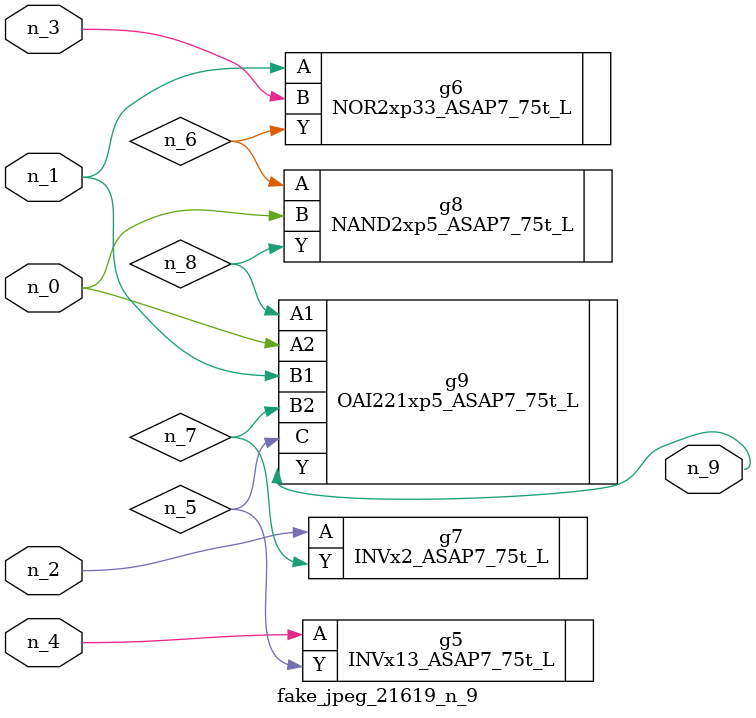
<source format=v>
module fake_jpeg_21619_n_9 (n_3, n_2, n_1, n_0, n_4, n_9);

input n_3;
input n_2;
input n_1;
input n_0;
input n_4;

output n_9;

wire n_8;
wire n_6;
wire n_5;
wire n_7;

INVx13_ASAP7_75t_L g5 ( 
.A(n_4),
.Y(n_5)
);

NOR2xp33_ASAP7_75t_L g6 ( 
.A(n_1),
.B(n_3),
.Y(n_6)
);

INVx2_ASAP7_75t_L g7 ( 
.A(n_2),
.Y(n_7)
);

NAND2xp5_ASAP7_75t_L g8 ( 
.A(n_6),
.B(n_0),
.Y(n_8)
);

OAI221xp5_ASAP7_75t_L g9 ( 
.A1(n_8),
.A2(n_0),
.B1(n_1),
.B2(n_7),
.C(n_5),
.Y(n_9)
);


endmodule
</source>
